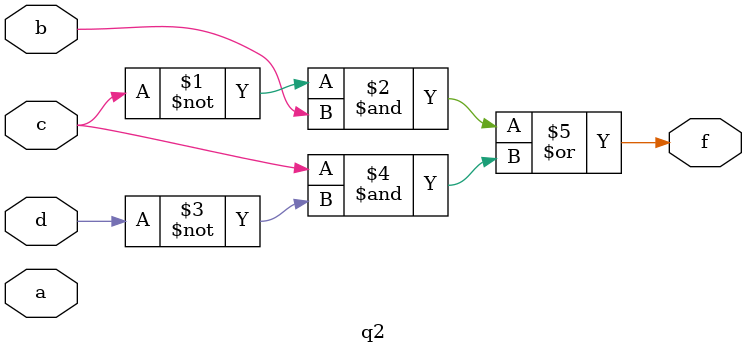
<source format=v>
module q2(a,b,c,d,f);
	input a,b,c,d;
	output f;
	assign f = (~c&b) | (c&~d);
endmodule

</source>
